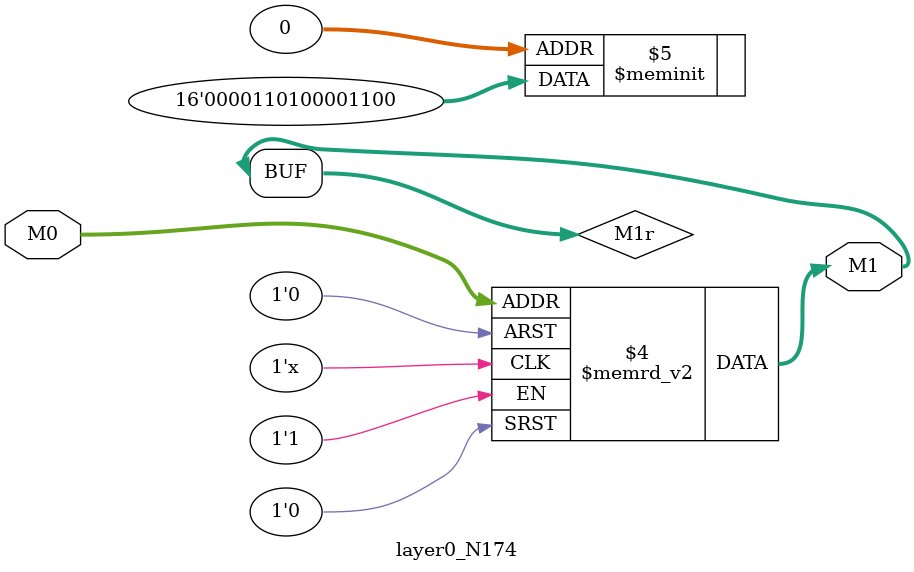
<source format=v>
module layer0_N174 ( input [2:0] M0, output [1:0] M1 );

	(*rom_style = "distributed" *) reg [1:0] M1r;
	assign M1 = M1r;
	always @ (M0) begin
		case (M0)
			3'b000: M1r = 2'b00;
			3'b100: M1r = 2'b01;
			3'b010: M1r = 2'b00;
			3'b110: M1r = 2'b00;
			3'b001: M1r = 2'b11;
			3'b101: M1r = 2'b11;
			3'b011: M1r = 2'b00;
			3'b111: M1r = 2'b00;

		endcase
	end
endmodule

</source>
